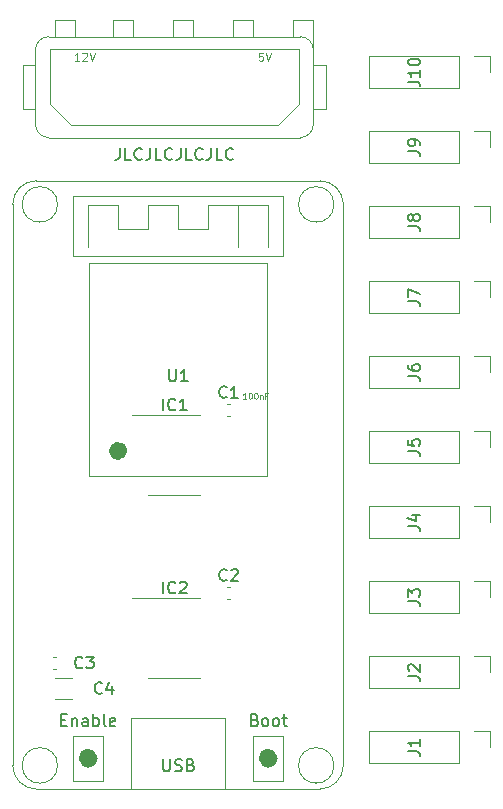
<source format=gbr>
%TF.GenerationSoftware,KiCad,Pcbnew,(5.1.9)-1*%
%TF.CreationDate,2021-06-13T18:55:59+01:00*%
%TF.ProjectId,Controller,436f6e74-726f-46c6-9c65-722e6b696361,rev?*%
%TF.SameCoordinates,Original*%
%TF.FileFunction,Legend,Top*%
%TF.FilePolarity,Positive*%
%FSLAX46Y46*%
G04 Gerber Fmt 4.6, Leading zero omitted, Abs format (unit mm)*
G04 Created by KiCad (PCBNEW (5.1.9)-1) date 2021-06-13 18:55:59*
%MOMM*%
%LPD*%
G01*
G04 APERTURE LIST*
%ADD10C,0.100000*%
%ADD11C,0.150000*%
%ADD12C,0.120000*%
%ADD13C,0.800000*%
%ADD14C,1.000000*%
%ADD15C,0.050000*%
G04 APERTURE END LIST*
D10*
X149426666Y-84136666D02*
X149026666Y-84136666D01*
X149226666Y-84136666D02*
X149226666Y-83436666D01*
X149160000Y-83536666D01*
X149093333Y-83603333D01*
X149026666Y-83636666D01*
X149693333Y-83503333D02*
X149726666Y-83470000D01*
X149793333Y-83436666D01*
X149960000Y-83436666D01*
X150026666Y-83470000D01*
X150060000Y-83503333D01*
X150093333Y-83570000D01*
X150093333Y-83636666D01*
X150060000Y-83736666D01*
X149660000Y-84136666D01*
X150093333Y-84136666D01*
X150293333Y-83436666D02*
X150526666Y-84136666D01*
X150760000Y-83436666D01*
X164966666Y-83436666D02*
X164633333Y-83436666D01*
X164600000Y-83770000D01*
X164633333Y-83736666D01*
X164700000Y-83703333D01*
X164866666Y-83703333D01*
X164933333Y-83736666D01*
X164966666Y-83770000D01*
X165000000Y-83836666D01*
X165000000Y-84003333D01*
X164966666Y-84070000D01*
X164933333Y-84103333D01*
X164866666Y-84136666D01*
X164700000Y-84136666D01*
X164633333Y-84103333D01*
X164600000Y-84070000D01*
X165200000Y-83436666D02*
X165433333Y-84136666D01*
X165666666Y-83436666D01*
D11*
X152860952Y-91527380D02*
X152860952Y-92241666D01*
X152813333Y-92384523D01*
X152718095Y-92479761D01*
X152575238Y-92527380D01*
X152480000Y-92527380D01*
X153813333Y-92527380D02*
X153337142Y-92527380D01*
X153337142Y-91527380D01*
X154718095Y-92432142D02*
X154670476Y-92479761D01*
X154527619Y-92527380D01*
X154432380Y-92527380D01*
X154289523Y-92479761D01*
X154194285Y-92384523D01*
X154146666Y-92289285D01*
X154099047Y-92098809D01*
X154099047Y-91955952D01*
X154146666Y-91765476D01*
X154194285Y-91670238D01*
X154289523Y-91575000D01*
X154432380Y-91527380D01*
X154527619Y-91527380D01*
X154670476Y-91575000D01*
X154718095Y-91622619D01*
X155432380Y-91527380D02*
X155432380Y-92241666D01*
X155384761Y-92384523D01*
X155289523Y-92479761D01*
X155146666Y-92527380D01*
X155051428Y-92527380D01*
X156384761Y-92527380D02*
X155908571Y-92527380D01*
X155908571Y-91527380D01*
X157289523Y-92432142D02*
X157241904Y-92479761D01*
X157099047Y-92527380D01*
X157003809Y-92527380D01*
X156860952Y-92479761D01*
X156765714Y-92384523D01*
X156718095Y-92289285D01*
X156670476Y-92098809D01*
X156670476Y-91955952D01*
X156718095Y-91765476D01*
X156765714Y-91670238D01*
X156860952Y-91575000D01*
X157003809Y-91527380D01*
X157099047Y-91527380D01*
X157241904Y-91575000D01*
X157289523Y-91622619D01*
X158003809Y-91527380D02*
X158003809Y-92241666D01*
X157956190Y-92384523D01*
X157860952Y-92479761D01*
X157718095Y-92527380D01*
X157622857Y-92527380D01*
X158956190Y-92527380D02*
X158480000Y-92527380D01*
X158480000Y-91527380D01*
X159860952Y-92432142D02*
X159813333Y-92479761D01*
X159670476Y-92527380D01*
X159575238Y-92527380D01*
X159432380Y-92479761D01*
X159337142Y-92384523D01*
X159289523Y-92289285D01*
X159241904Y-92098809D01*
X159241904Y-91955952D01*
X159289523Y-91765476D01*
X159337142Y-91670238D01*
X159432380Y-91575000D01*
X159575238Y-91527380D01*
X159670476Y-91527380D01*
X159813333Y-91575000D01*
X159860952Y-91622619D01*
X160575238Y-91527380D02*
X160575238Y-92241666D01*
X160527619Y-92384523D01*
X160432380Y-92479761D01*
X160289523Y-92527380D01*
X160194285Y-92527380D01*
X161527619Y-92527380D02*
X161051428Y-92527380D01*
X161051428Y-91527380D01*
X162432380Y-92432142D02*
X162384761Y-92479761D01*
X162241904Y-92527380D01*
X162146666Y-92527380D01*
X162003809Y-92479761D01*
X161908571Y-92384523D01*
X161860952Y-92289285D01*
X161813333Y-92098809D01*
X161813333Y-91955952D01*
X161860952Y-91765476D01*
X161908571Y-91670238D01*
X162003809Y-91575000D01*
X162146666Y-91527380D01*
X162241904Y-91527380D01*
X162384761Y-91575000D01*
X162432380Y-91622619D01*
D12*
%TO.C,C4*%
X147370748Y-138197000D02*
X148793252Y-138197000D01*
X147370748Y-136377000D02*
X148793252Y-136377000D01*
%TO.C,C3*%
X147460580Y-134618000D02*
X147179420Y-134618000D01*
X147460580Y-135638000D02*
X147179420Y-135638000D01*
%TO.C,J11*%
X152280000Y-80690000D02*
X153970000Y-80690000D01*
X153970000Y-80690000D02*
X153970000Y-82080000D01*
X152280000Y-82080000D02*
X152280000Y-80690000D01*
X157360000Y-82080000D02*
X157360000Y-80690000D01*
X159050000Y-80690000D02*
X159050000Y-82080000D01*
X157360000Y-80690000D02*
X159050000Y-80690000D01*
X162460000Y-80690000D02*
X164150000Y-80690000D01*
X162460000Y-82080000D02*
X162460000Y-80690000D01*
X164150000Y-80690000D02*
X164150000Y-82080000D01*
X147390000Y-82080000D02*
X147390000Y-80690000D01*
X149080000Y-80690000D02*
X149080000Y-82080000D01*
X147390000Y-80690000D02*
X149080000Y-80690000D01*
X167560000Y-80690000D02*
X169250000Y-80690000D01*
X167560000Y-82080000D02*
X167560000Y-80690000D01*
X144630000Y-84500000D02*
X145710000Y-84500000D01*
X144630000Y-88220000D02*
X144630000Y-84500000D01*
X145710000Y-88220000D02*
X144630000Y-88220000D01*
X170330000Y-84500000D02*
X169250000Y-84500000D01*
X170330000Y-88220000D02*
X170330000Y-84500000D01*
X169250000Y-88220000D02*
X170330000Y-88220000D01*
X145710000Y-83220000D02*
X145710000Y-89500000D01*
X168110000Y-82080000D02*
X146850000Y-82080000D01*
X169250000Y-89500000D02*
X169250000Y-80690000D01*
X146850000Y-90640000D02*
X168110000Y-90640000D01*
X146910000Y-87750000D02*
X146910000Y-83140000D01*
X148740000Y-89580000D02*
X146910000Y-87750000D01*
X166220000Y-89580000D02*
X148740000Y-89580000D01*
X168050000Y-87750000D02*
X166220000Y-89580000D01*
X168050000Y-83140000D02*
X168050000Y-87750000D01*
X146910000Y-83140000D02*
X168050000Y-83140000D01*
X168110000Y-82080000D02*
G75*
G02*
X169250000Y-83220000I0J-1140000D01*
G01*
X169250000Y-89500000D02*
G75*
G02*
X168110000Y-90640000I-1140000J0D01*
G01*
X145710000Y-83220000D02*
G75*
G02*
X146850000Y-82080000I1140000J0D01*
G01*
X146850000Y-90640000D02*
G75*
G02*
X145710000Y-89500000I0J1140000D01*
G01*
%TO.C,J5*%
X173930000Y-115510000D02*
X173930000Y-118170000D01*
X181610000Y-115510000D02*
X173930000Y-115510000D01*
X181610000Y-118170000D02*
X173930000Y-118170000D01*
X181610000Y-115510000D02*
X181610000Y-118170000D01*
X182880000Y-115510000D02*
X184210000Y-115510000D01*
X184210000Y-115510000D02*
X184210000Y-116840000D01*
%TO.C,U1*%
X147587065Y-96290000D02*
G75*
G03*
X147587065Y-96290000I-1500000J0D01*
G01*
X170987065Y-96290000D02*
G75*
G03*
X170987065Y-96290000I-1500000J0D01*
G01*
X171787065Y-143790000D02*
X171787065Y-96290000D01*
X143787065Y-96290000D02*
X143787065Y-143790000D01*
X145787065Y-145790000D02*
X169787065Y-145790000D01*
X145787065Y-94290000D02*
X169787065Y-94290000D01*
X147587065Y-143790000D02*
G75*
G03*
X147587065Y-143790000I-1500000J0D01*
G01*
X170987065Y-143790000D02*
G75*
G03*
X170987065Y-143790000I-1500000J0D01*
G01*
X153787065Y-139790000D02*
X153787065Y-145790000D01*
X161787065Y-139790000D02*
X161787065Y-145790000D01*
X153787065Y-139790000D02*
X161787065Y-139790000D01*
X148897065Y-95560000D02*
X166677065Y-95560000D01*
X166677065Y-95560000D02*
X166677065Y-100640000D01*
X166677065Y-100640000D02*
X148897065Y-100640000D01*
X148897065Y-100640000D02*
X148897065Y-95560000D01*
X150167065Y-99878000D02*
X150167065Y-96322000D01*
X150167065Y-96322000D02*
X152707065Y-96322000D01*
X152707065Y-96322000D02*
X152707065Y-98354000D01*
X152707065Y-98354000D02*
X155247065Y-98354000D01*
X155247065Y-98354000D02*
X155247065Y-96322000D01*
X155247065Y-96322000D02*
X157787065Y-96322000D01*
X157787065Y-96322000D02*
X157787065Y-98354000D01*
X157787065Y-98354000D02*
X160327065Y-98354000D01*
X160327065Y-98354000D02*
X160327065Y-96322000D01*
X160327065Y-96322000D02*
X165407065Y-96322000D01*
X165407065Y-96322000D02*
X165407065Y-99878000D01*
X162867065Y-96322000D02*
X162867065Y-99878000D01*
X150287065Y-101290000D02*
X165287065Y-101290000D01*
X165287065Y-101290000D02*
X165287065Y-119290000D01*
X165287065Y-119290000D02*
X150287065Y-119290000D01*
X150287065Y-119290000D02*
X150287065Y-101290000D01*
D13*
X153107065Y-117150000D02*
G75*
G03*
X153107065Y-117150000I-400000J0D01*
G01*
D12*
X164137065Y-141280000D02*
X166677065Y-141280000D01*
X166677065Y-141280000D02*
X166677065Y-145090000D01*
X166677065Y-145090000D02*
X164137065Y-145090000D01*
X164137065Y-145090000D02*
X164137065Y-141280000D01*
X151437065Y-145090000D02*
X148897065Y-145090000D01*
X148897065Y-145090000D02*
X148897065Y-141280000D01*
X148897065Y-141280000D02*
X151437065Y-141280000D01*
X151437065Y-141280000D02*
X151437065Y-145090000D01*
D14*
X150467065Y-143185000D02*
G75*
G03*
X150467065Y-143185000I-300000J0D01*
G01*
X165707065Y-143185000D02*
G75*
G03*
X165707065Y-143185000I-300000J0D01*
G01*
D12*
X171787065Y-143790000D02*
G75*
G02*
X169787065Y-145790000I-2000000J0D01*
G01*
X145787065Y-145790000D02*
G75*
G02*
X143787065Y-143790000I0J2000000D01*
G01*
X143787065Y-96290000D02*
G75*
G02*
X145787065Y-94290000I2000000J0D01*
G01*
X169787065Y-94290000D02*
G75*
G02*
X171787065Y-96290000I0J-2000000D01*
G01*
%TO.C,J10*%
X184210000Y-83760000D02*
X184210000Y-85090000D01*
X182880000Y-83760000D02*
X184210000Y-83760000D01*
X181610000Y-83760000D02*
X181610000Y-86420000D01*
X181610000Y-86420000D02*
X173930000Y-86420000D01*
X181610000Y-83760000D02*
X173930000Y-83760000D01*
X173930000Y-83760000D02*
X173930000Y-86420000D01*
%TO.C,J9*%
X184210000Y-90110000D02*
X184210000Y-91440000D01*
X182880000Y-90110000D02*
X184210000Y-90110000D01*
X181610000Y-90110000D02*
X181610000Y-92770000D01*
X181610000Y-92770000D02*
X173930000Y-92770000D01*
X181610000Y-90110000D02*
X173930000Y-90110000D01*
X173930000Y-90110000D02*
X173930000Y-92770000D01*
%TO.C,IC2*%
X157480000Y-136354000D02*
X159680000Y-136354000D01*
X157480000Y-136354000D02*
X155280000Y-136354000D01*
X157480000Y-129584000D02*
X159680000Y-129584000D01*
X157480000Y-129584000D02*
X153880000Y-129584000D01*
%TO.C,IC1*%
X157480000Y-120860000D02*
X159680000Y-120860000D01*
X157480000Y-120860000D02*
X155280000Y-120860000D01*
X157480000Y-114090000D02*
X159680000Y-114090000D01*
X157480000Y-114090000D02*
X153880000Y-114090000D01*
%TO.C,C2*%
X161924420Y-128649000D02*
X162205580Y-128649000D01*
X161924420Y-129669000D02*
X162205580Y-129669000D01*
%TO.C,C1*%
X161924420Y-113155000D02*
X162205580Y-113155000D01*
X161924420Y-114175000D02*
X162205580Y-114175000D01*
%TO.C,J6*%
X173930000Y-109160000D02*
X173930000Y-111820000D01*
X181610000Y-109160000D02*
X173930000Y-109160000D01*
X181610000Y-111820000D02*
X173930000Y-111820000D01*
X181610000Y-109160000D02*
X181610000Y-111820000D01*
X182880000Y-109160000D02*
X184210000Y-109160000D01*
X184210000Y-109160000D02*
X184210000Y-110490000D01*
%TO.C,J4*%
X173930000Y-121860000D02*
X173930000Y-124520000D01*
X181610000Y-121860000D02*
X173930000Y-121860000D01*
X181610000Y-124520000D02*
X173930000Y-124520000D01*
X181610000Y-121860000D02*
X181610000Y-124520000D01*
X182880000Y-121860000D02*
X184210000Y-121860000D01*
X184210000Y-121860000D02*
X184210000Y-123190000D01*
%TO.C,J3*%
X173930000Y-128210000D02*
X173930000Y-130870000D01*
X181610000Y-128210000D02*
X173930000Y-128210000D01*
X181610000Y-130870000D02*
X173930000Y-130870000D01*
X181610000Y-128210000D02*
X181610000Y-130870000D01*
X182880000Y-128210000D02*
X184210000Y-128210000D01*
X184210000Y-128210000D02*
X184210000Y-129540000D01*
%TO.C,J8*%
X173930000Y-96460000D02*
X173930000Y-99120000D01*
X181610000Y-96460000D02*
X173930000Y-96460000D01*
X181610000Y-99120000D02*
X173930000Y-99120000D01*
X181610000Y-96460000D02*
X181610000Y-99120000D01*
X182880000Y-96460000D02*
X184210000Y-96460000D01*
X184210000Y-96460000D02*
X184210000Y-97790000D01*
%TO.C,J7*%
X173930000Y-102810000D02*
X173930000Y-105470000D01*
X181610000Y-102810000D02*
X173930000Y-102810000D01*
X181610000Y-105470000D02*
X173930000Y-105470000D01*
X181610000Y-102810000D02*
X181610000Y-105470000D01*
X182880000Y-102810000D02*
X184210000Y-102810000D01*
X184210000Y-102810000D02*
X184210000Y-104140000D01*
%TO.C,J2*%
X173930000Y-134560000D02*
X173930000Y-137220000D01*
X181610000Y-134560000D02*
X173930000Y-134560000D01*
X181610000Y-137220000D02*
X173930000Y-137220000D01*
X181610000Y-134560000D02*
X181610000Y-137220000D01*
X182880000Y-134560000D02*
X184210000Y-134560000D01*
X184210000Y-134560000D02*
X184210000Y-135890000D01*
%TO.C,J1*%
X173930000Y-140910000D02*
X173930000Y-143570000D01*
X181610000Y-140910000D02*
X173930000Y-140910000D01*
X181610000Y-143570000D02*
X173930000Y-143570000D01*
X181610000Y-140910000D02*
X181610000Y-143570000D01*
X182880000Y-140910000D02*
X184210000Y-140910000D01*
X184210000Y-140910000D02*
X184210000Y-142240000D01*
%TO.C,C4*%
D11*
X151344333Y-137644142D02*
X151296714Y-137691761D01*
X151153857Y-137739380D01*
X151058619Y-137739380D01*
X150915761Y-137691761D01*
X150820523Y-137596523D01*
X150772904Y-137501285D01*
X150725285Y-137310809D01*
X150725285Y-137167952D01*
X150772904Y-136977476D01*
X150820523Y-136882238D01*
X150915761Y-136787000D01*
X151058619Y-136739380D01*
X151153857Y-136739380D01*
X151296714Y-136787000D01*
X151344333Y-136834619D01*
X152201476Y-137072714D02*
X152201476Y-137739380D01*
X151963380Y-136691761D02*
X151725285Y-137406047D01*
X152344333Y-137406047D01*
%TO.C,C3*%
X149680333Y-135485142D02*
X149632714Y-135532761D01*
X149489857Y-135580380D01*
X149394619Y-135580380D01*
X149251761Y-135532761D01*
X149156523Y-135437523D01*
X149108904Y-135342285D01*
X149061285Y-135151809D01*
X149061285Y-135008952D01*
X149108904Y-134818476D01*
X149156523Y-134723238D01*
X149251761Y-134628000D01*
X149394619Y-134580380D01*
X149489857Y-134580380D01*
X149632714Y-134628000D01*
X149680333Y-134675619D01*
X150013666Y-134580380D02*
X150632714Y-134580380D01*
X150299380Y-134961333D01*
X150442238Y-134961333D01*
X150537476Y-135008952D01*
X150585095Y-135056571D01*
X150632714Y-135151809D01*
X150632714Y-135389904D01*
X150585095Y-135485142D01*
X150537476Y-135532761D01*
X150442238Y-135580380D01*
X150156523Y-135580380D01*
X150061285Y-135532761D01*
X150013666Y-135485142D01*
%TO.C,J5*%
X177252380Y-117173333D02*
X177966666Y-117173333D01*
X178109523Y-117220952D01*
X178204761Y-117316190D01*
X178252380Y-117459047D01*
X178252380Y-117554285D01*
X177252380Y-116220952D02*
X177252380Y-116697142D01*
X177728571Y-116744761D01*
X177680952Y-116697142D01*
X177633333Y-116601904D01*
X177633333Y-116363809D01*
X177680952Y-116268571D01*
X177728571Y-116220952D01*
X177823809Y-116173333D01*
X178061904Y-116173333D01*
X178157142Y-116220952D01*
X178204761Y-116268571D01*
X178252380Y-116363809D01*
X178252380Y-116601904D01*
X178204761Y-116697142D01*
X178157142Y-116744761D01*
%TO.C,U1*%
X157025160Y-110252380D02*
X157025160Y-111061904D01*
X157072779Y-111157142D01*
X157120398Y-111204761D01*
X157215636Y-111252380D01*
X157406112Y-111252380D01*
X157501350Y-111204761D01*
X157548969Y-111157142D01*
X157596588Y-111061904D01*
X157596588Y-110252380D01*
X158596588Y-111252380D02*
X158025160Y-111252380D01*
X158310874Y-111252380D02*
X158310874Y-110252380D01*
X158215636Y-110395238D01*
X158120398Y-110490476D01*
X158025160Y-110538095D01*
X147905160Y-139938571D02*
X148238493Y-139938571D01*
X148381350Y-140462380D02*
X147905160Y-140462380D01*
X147905160Y-139462380D01*
X148381350Y-139462380D01*
X148809922Y-139795714D02*
X148809922Y-140462380D01*
X148809922Y-139890952D02*
X148857541Y-139843333D01*
X148952779Y-139795714D01*
X149095636Y-139795714D01*
X149190874Y-139843333D01*
X149238493Y-139938571D01*
X149238493Y-140462380D01*
X150143255Y-140462380D02*
X150143255Y-139938571D01*
X150095636Y-139843333D01*
X150000398Y-139795714D01*
X149809922Y-139795714D01*
X149714684Y-139843333D01*
X150143255Y-140414761D02*
X150048017Y-140462380D01*
X149809922Y-140462380D01*
X149714684Y-140414761D01*
X149667065Y-140319523D01*
X149667065Y-140224285D01*
X149714684Y-140129047D01*
X149809922Y-140081428D01*
X150048017Y-140081428D01*
X150143255Y-140033809D01*
X150619445Y-140462380D02*
X150619445Y-139462380D01*
X150619445Y-139843333D02*
X150714684Y-139795714D01*
X150905160Y-139795714D01*
X151000398Y-139843333D01*
X151048017Y-139890952D01*
X151095636Y-139986190D01*
X151095636Y-140271904D01*
X151048017Y-140367142D01*
X151000398Y-140414761D01*
X150905160Y-140462380D01*
X150714684Y-140462380D01*
X150619445Y-140414761D01*
X151667065Y-140462380D02*
X151571826Y-140414761D01*
X151524207Y-140319523D01*
X151524207Y-139462380D01*
X152428969Y-140414761D02*
X152333731Y-140462380D01*
X152143255Y-140462380D01*
X152048017Y-140414761D01*
X152000398Y-140319523D01*
X152000398Y-139938571D01*
X152048017Y-139843333D01*
X152143255Y-139795714D01*
X152333731Y-139795714D01*
X152428969Y-139843333D01*
X152476588Y-139938571D01*
X152476588Y-140033809D01*
X152000398Y-140129047D01*
X164288017Y-139938571D02*
X164430874Y-139986190D01*
X164478493Y-140033809D01*
X164526112Y-140129047D01*
X164526112Y-140271904D01*
X164478493Y-140367142D01*
X164430874Y-140414761D01*
X164335636Y-140462380D01*
X163954684Y-140462380D01*
X163954684Y-139462380D01*
X164288017Y-139462380D01*
X164383255Y-139510000D01*
X164430874Y-139557619D01*
X164478493Y-139652857D01*
X164478493Y-139748095D01*
X164430874Y-139843333D01*
X164383255Y-139890952D01*
X164288017Y-139938571D01*
X163954684Y-139938571D01*
X165097541Y-140462380D02*
X165002303Y-140414761D01*
X164954684Y-140367142D01*
X164907065Y-140271904D01*
X164907065Y-139986190D01*
X164954684Y-139890952D01*
X165002303Y-139843333D01*
X165097541Y-139795714D01*
X165240398Y-139795714D01*
X165335636Y-139843333D01*
X165383255Y-139890952D01*
X165430874Y-139986190D01*
X165430874Y-140271904D01*
X165383255Y-140367142D01*
X165335636Y-140414761D01*
X165240398Y-140462380D01*
X165097541Y-140462380D01*
X166002303Y-140462380D02*
X165907065Y-140414761D01*
X165859445Y-140367142D01*
X165811826Y-140271904D01*
X165811826Y-139986190D01*
X165859445Y-139890952D01*
X165907065Y-139843333D01*
X166002303Y-139795714D01*
X166145160Y-139795714D01*
X166240398Y-139843333D01*
X166288017Y-139890952D01*
X166335636Y-139986190D01*
X166335636Y-140271904D01*
X166288017Y-140367142D01*
X166240398Y-140414761D01*
X166145160Y-140462380D01*
X166002303Y-140462380D01*
X166621350Y-139795714D02*
X167002303Y-139795714D01*
X166764207Y-139462380D02*
X166764207Y-140319523D01*
X166811826Y-140414761D01*
X166907065Y-140462380D01*
X167002303Y-140462380D01*
X156525160Y-143272380D02*
X156525160Y-144081904D01*
X156572779Y-144177142D01*
X156620398Y-144224761D01*
X156715636Y-144272380D01*
X156906112Y-144272380D01*
X157001350Y-144224761D01*
X157048969Y-144177142D01*
X157096588Y-144081904D01*
X157096588Y-143272380D01*
X157525160Y-144224761D02*
X157668017Y-144272380D01*
X157906112Y-144272380D01*
X158001350Y-144224761D01*
X158048969Y-144177142D01*
X158096588Y-144081904D01*
X158096588Y-143986666D01*
X158048969Y-143891428D01*
X158001350Y-143843809D01*
X157906112Y-143796190D01*
X157715636Y-143748571D01*
X157620398Y-143700952D01*
X157572779Y-143653333D01*
X157525160Y-143558095D01*
X157525160Y-143462857D01*
X157572779Y-143367619D01*
X157620398Y-143320000D01*
X157715636Y-143272380D01*
X157953731Y-143272380D01*
X158096588Y-143320000D01*
X158858493Y-143748571D02*
X159001350Y-143796190D01*
X159048969Y-143843809D01*
X159096588Y-143939047D01*
X159096588Y-144081904D01*
X159048969Y-144177142D01*
X159001350Y-144224761D01*
X158906112Y-144272380D01*
X158525160Y-144272380D01*
X158525160Y-143272380D01*
X158858493Y-143272380D01*
X158953731Y-143320000D01*
X159001350Y-143367619D01*
X159048969Y-143462857D01*
X159048969Y-143558095D01*
X159001350Y-143653333D01*
X158953731Y-143700952D01*
X158858493Y-143748571D01*
X158525160Y-143748571D01*
%TO.C,J10*%
X177252380Y-85899523D02*
X177966666Y-85899523D01*
X178109523Y-85947142D01*
X178204761Y-86042380D01*
X178252380Y-86185238D01*
X178252380Y-86280476D01*
X178252380Y-84899523D02*
X178252380Y-85470952D01*
X178252380Y-85185238D02*
X177252380Y-85185238D01*
X177395238Y-85280476D01*
X177490476Y-85375714D01*
X177538095Y-85470952D01*
X177252380Y-84280476D02*
X177252380Y-84185238D01*
X177300000Y-84090000D01*
X177347619Y-84042380D01*
X177442857Y-83994761D01*
X177633333Y-83947142D01*
X177871428Y-83947142D01*
X178061904Y-83994761D01*
X178157142Y-84042380D01*
X178204761Y-84090000D01*
X178252380Y-84185238D01*
X178252380Y-84280476D01*
X178204761Y-84375714D01*
X178157142Y-84423333D01*
X178061904Y-84470952D01*
X177871428Y-84518571D01*
X177633333Y-84518571D01*
X177442857Y-84470952D01*
X177347619Y-84423333D01*
X177300000Y-84375714D01*
X177252380Y-84280476D01*
%TO.C,J9*%
X177252380Y-91773333D02*
X177966666Y-91773333D01*
X178109523Y-91820952D01*
X178204761Y-91916190D01*
X178252380Y-92059047D01*
X178252380Y-92154285D01*
X178252380Y-91249523D02*
X178252380Y-91059047D01*
X178204761Y-90963809D01*
X178157142Y-90916190D01*
X178014285Y-90820952D01*
X177823809Y-90773333D01*
X177442857Y-90773333D01*
X177347619Y-90820952D01*
X177300000Y-90868571D01*
X177252380Y-90963809D01*
X177252380Y-91154285D01*
X177300000Y-91249523D01*
X177347619Y-91297142D01*
X177442857Y-91344761D01*
X177680952Y-91344761D01*
X177776190Y-91297142D01*
X177823809Y-91249523D01*
X177871428Y-91154285D01*
X177871428Y-90963809D01*
X177823809Y-90868571D01*
X177776190Y-90820952D01*
X177680952Y-90773333D01*
%TO.C,IC2*%
X156503809Y-129221380D02*
X156503809Y-128221380D01*
X157551428Y-129126142D02*
X157503809Y-129173761D01*
X157360952Y-129221380D01*
X157265714Y-129221380D01*
X157122857Y-129173761D01*
X157027619Y-129078523D01*
X156980000Y-128983285D01*
X156932380Y-128792809D01*
X156932380Y-128649952D01*
X156980000Y-128459476D01*
X157027619Y-128364238D01*
X157122857Y-128269000D01*
X157265714Y-128221380D01*
X157360952Y-128221380D01*
X157503809Y-128269000D01*
X157551428Y-128316619D01*
X157932380Y-128316619D02*
X157980000Y-128269000D01*
X158075238Y-128221380D01*
X158313333Y-128221380D01*
X158408571Y-128269000D01*
X158456190Y-128316619D01*
X158503809Y-128411857D01*
X158503809Y-128507095D01*
X158456190Y-128649952D01*
X157884761Y-129221380D01*
X158503809Y-129221380D01*
%TO.C,IC1*%
X156503809Y-113727380D02*
X156503809Y-112727380D01*
X157551428Y-113632142D02*
X157503809Y-113679761D01*
X157360952Y-113727380D01*
X157265714Y-113727380D01*
X157122857Y-113679761D01*
X157027619Y-113584523D01*
X156980000Y-113489285D01*
X156932380Y-113298809D01*
X156932380Y-113155952D01*
X156980000Y-112965476D01*
X157027619Y-112870238D01*
X157122857Y-112775000D01*
X157265714Y-112727380D01*
X157360952Y-112727380D01*
X157503809Y-112775000D01*
X157551428Y-112822619D01*
X158503809Y-113727380D02*
X157932380Y-113727380D01*
X158218095Y-113727380D02*
X158218095Y-112727380D01*
X158122857Y-112870238D01*
X158027619Y-112965476D01*
X157932380Y-113013095D01*
%TO.C,C2*%
X161898333Y-128086142D02*
X161850714Y-128133761D01*
X161707857Y-128181380D01*
X161612619Y-128181380D01*
X161469761Y-128133761D01*
X161374523Y-128038523D01*
X161326904Y-127943285D01*
X161279285Y-127752809D01*
X161279285Y-127609952D01*
X161326904Y-127419476D01*
X161374523Y-127324238D01*
X161469761Y-127229000D01*
X161612619Y-127181380D01*
X161707857Y-127181380D01*
X161850714Y-127229000D01*
X161898333Y-127276619D01*
X162279285Y-127276619D02*
X162326904Y-127229000D01*
X162422142Y-127181380D01*
X162660238Y-127181380D01*
X162755476Y-127229000D01*
X162803095Y-127276619D01*
X162850714Y-127371857D01*
X162850714Y-127467095D01*
X162803095Y-127609952D01*
X162231666Y-128181380D01*
X162850714Y-128181380D01*
%TO.C,C1*%
X161898333Y-112592142D02*
X161850714Y-112639761D01*
X161707857Y-112687380D01*
X161612619Y-112687380D01*
X161469761Y-112639761D01*
X161374523Y-112544523D01*
X161326904Y-112449285D01*
X161279285Y-112258809D01*
X161279285Y-112115952D01*
X161326904Y-111925476D01*
X161374523Y-111830238D01*
X161469761Y-111735000D01*
X161612619Y-111687380D01*
X161707857Y-111687380D01*
X161850714Y-111735000D01*
X161898333Y-111782619D01*
X162850714Y-112687380D02*
X162279285Y-112687380D01*
X162565000Y-112687380D02*
X162565000Y-111687380D01*
X162469761Y-111830238D01*
X162374523Y-111925476D01*
X162279285Y-111973095D01*
D15*
X163564190Y-112748190D02*
X163278476Y-112748190D01*
X163421333Y-112748190D02*
X163421333Y-112248190D01*
X163373714Y-112319619D01*
X163326095Y-112367238D01*
X163278476Y-112391047D01*
X163873714Y-112248190D02*
X163921333Y-112248190D01*
X163968952Y-112272000D01*
X163992761Y-112295809D01*
X164016571Y-112343428D01*
X164040380Y-112438666D01*
X164040380Y-112557714D01*
X164016571Y-112652952D01*
X163992761Y-112700571D01*
X163968952Y-112724380D01*
X163921333Y-112748190D01*
X163873714Y-112748190D01*
X163826095Y-112724380D01*
X163802285Y-112700571D01*
X163778476Y-112652952D01*
X163754666Y-112557714D01*
X163754666Y-112438666D01*
X163778476Y-112343428D01*
X163802285Y-112295809D01*
X163826095Y-112272000D01*
X163873714Y-112248190D01*
X164349904Y-112248190D02*
X164397523Y-112248190D01*
X164445142Y-112272000D01*
X164468952Y-112295809D01*
X164492761Y-112343428D01*
X164516571Y-112438666D01*
X164516571Y-112557714D01*
X164492761Y-112652952D01*
X164468952Y-112700571D01*
X164445142Y-112724380D01*
X164397523Y-112748190D01*
X164349904Y-112748190D01*
X164302285Y-112724380D01*
X164278476Y-112700571D01*
X164254666Y-112652952D01*
X164230857Y-112557714D01*
X164230857Y-112438666D01*
X164254666Y-112343428D01*
X164278476Y-112295809D01*
X164302285Y-112272000D01*
X164349904Y-112248190D01*
X164730857Y-112414857D02*
X164730857Y-112748190D01*
X164730857Y-112462476D02*
X164754666Y-112438666D01*
X164802285Y-112414857D01*
X164873714Y-112414857D01*
X164921333Y-112438666D01*
X164945142Y-112486285D01*
X164945142Y-112748190D01*
X165349904Y-112486285D02*
X165183238Y-112486285D01*
X165183238Y-112748190D02*
X165183238Y-112248190D01*
X165421333Y-112248190D01*
%TO.C,J6*%
D11*
X177252380Y-110823333D02*
X177966666Y-110823333D01*
X178109523Y-110870952D01*
X178204761Y-110966190D01*
X178252380Y-111109047D01*
X178252380Y-111204285D01*
X177252380Y-109918571D02*
X177252380Y-110109047D01*
X177300000Y-110204285D01*
X177347619Y-110251904D01*
X177490476Y-110347142D01*
X177680952Y-110394761D01*
X178061904Y-110394761D01*
X178157142Y-110347142D01*
X178204761Y-110299523D01*
X178252380Y-110204285D01*
X178252380Y-110013809D01*
X178204761Y-109918571D01*
X178157142Y-109870952D01*
X178061904Y-109823333D01*
X177823809Y-109823333D01*
X177728571Y-109870952D01*
X177680952Y-109918571D01*
X177633333Y-110013809D01*
X177633333Y-110204285D01*
X177680952Y-110299523D01*
X177728571Y-110347142D01*
X177823809Y-110394761D01*
%TO.C,J4*%
X177252380Y-123523333D02*
X177966666Y-123523333D01*
X178109523Y-123570952D01*
X178204761Y-123666190D01*
X178252380Y-123809047D01*
X178252380Y-123904285D01*
X177585714Y-122618571D02*
X178252380Y-122618571D01*
X177204761Y-122856666D02*
X177919047Y-123094761D01*
X177919047Y-122475714D01*
%TO.C,J3*%
X177252380Y-129873333D02*
X177966666Y-129873333D01*
X178109523Y-129920952D01*
X178204761Y-130016190D01*
X178252380Y-130159047D01*
X178252380Y-130254285D01*
X177252380Y-129492380D02*
X177252380Y-128873333D01*
X177633333Y-129206666D01*
X177633333Y-129063809D01*
X177680952Y-128968571D01*
X177728571Y-128920952D01*
X177823809Y-128873333D01*
X178061904Y-128873333D01*
X178157142Y-128920952D01*
X178204761Y-128968571D01*
X178252380Y-129063809D01*
X178252380Y-129349523D01*
X178204761Y-129444761D01*
X178157142Y-129492380D01*
%TO.C,J8*%
X177252380Y-98123333D02*
X177966666Y-98123333D01*
X178109523Y-98170952D01*
X178204761Y-98266190D01*
X178252380Y-98409047D01*
X178252380Y-98504285D01*
X177680952Y-97504285D02*
X177633333Y-97599523D01*
X177585714Y-97647142D01*
X177490476Y-97694761D01*
X177442857Y-97694761D01*
X177347619Y-97647142D01*
X177300000Y-97599523D01*
X177252380Y-97504285D01*
X177252380Y-97313809D01*
X177300000Y-97218571D01*
X177347619Y-97170952D01*
X177442857Y-97123333D01*
X177490476Y-97123333D01*
X177585714Y-97170952D01*
X177633333Y-97218571D01*
X177680952Y-97313809D01*
X177680952Y-97504285D01*
X177728571Y-97599523D01*
X177776190Y-97647142D01*
X177871428Y-97694761D01*
X178061904Y-97694761D01*
X178157142Y-97647142D01*
X178204761Y-97599523D01*
X178252380Y-97504285D01*
X178252380Y-97313809D01*
X178204761Y-97218571D01*
X178157142Y-97170952D01*
X178061904Y-97123333D01*
X177871428Y-97123333D01*
X177776190Y-97170952D01*
X177728571Y-97218571D01*
X177680952Y-97313809D01*
%TO.C,J7*%
X177252380Y-104473333D02*
X177966666Y-104473333D01*
X178109523Y-104520952D01*
X178204761Y-104616190D01*
X178252380Y-104759047D01*
X178252380Y-104854285D01*
X177252380Y-104092380D02*
X177252380Y-103425714D01*
X178252380Y-103854285D01*
%TO.C,J2*%
X177252380Y-136223333D02*
X177966666Y-136223333D01*
X178109523Y-136270952D01*
X178204761Y-136366190D01*
X178252380Y-136509047D01*
X178252380Y-136604285D01*
X177347619Y-135794761D02*
X177300000Y-135747142D01*
X177252380Y-135651904D01*
X177252380Y-135413809D01*
X177300000Y-135318571D01*
X177347619Y-135270952D01*
X177442857Y-135223333D01*
X177538095Y-135223333D01*
X177680952Y-135270952D01*
X178252380Y-135842380D01*
X178252380Y-135223333D01*
%TO.C,J1*%
X177252380Y-142573333D02*
X177966666Y-142573333D01*
X178109523Y-142620952D01*
X178204761Y-142716190D01*
X178252380Y-142859047D01*
X178252380Y-142954285D01*
X178252380Y-141573333D02*
X178252380Y-142144761D01*
X178252380Y-141859047D02*
X177252380Y-141859047D01*
X177395238Y-141954285D01*
X177490476Y-142049523D01*
X177538095Y-142144761D01*
%TD*%
M02*

</source>
